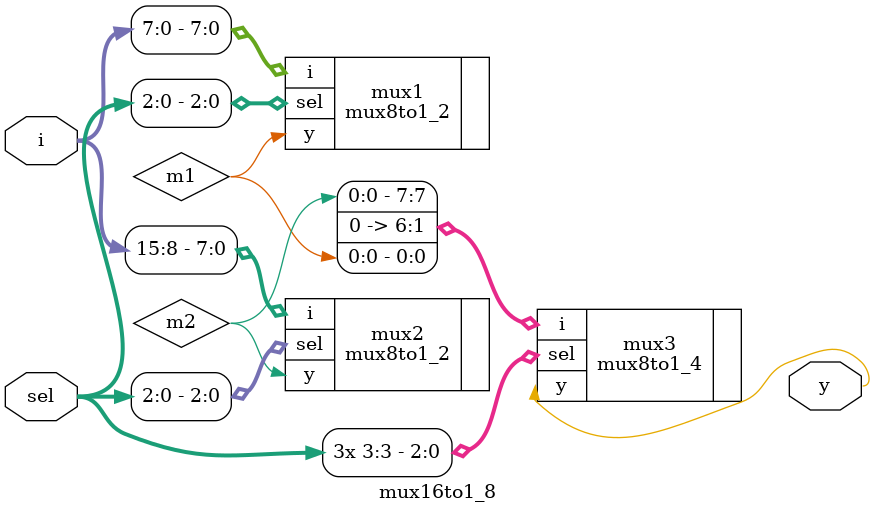
<source format=v>
module mux16to1_8
(input [3:0]sel,
input [15:0]i,
output y);

wire m1,m2;
mux8to1_2 mux1 (.sel(sel[2:0]),.i(i[7:0]),.y(m1));
mux8to1_2 mux2 (.sel(sel[2:0]),.i(i[15:8]),.y(m2));
mux8to1_4 mux3 (.sel({sel[3],sel[3],sel[3]}),.i({m2,6'b0,m1}),.y(y));

endmodule 
</source>
